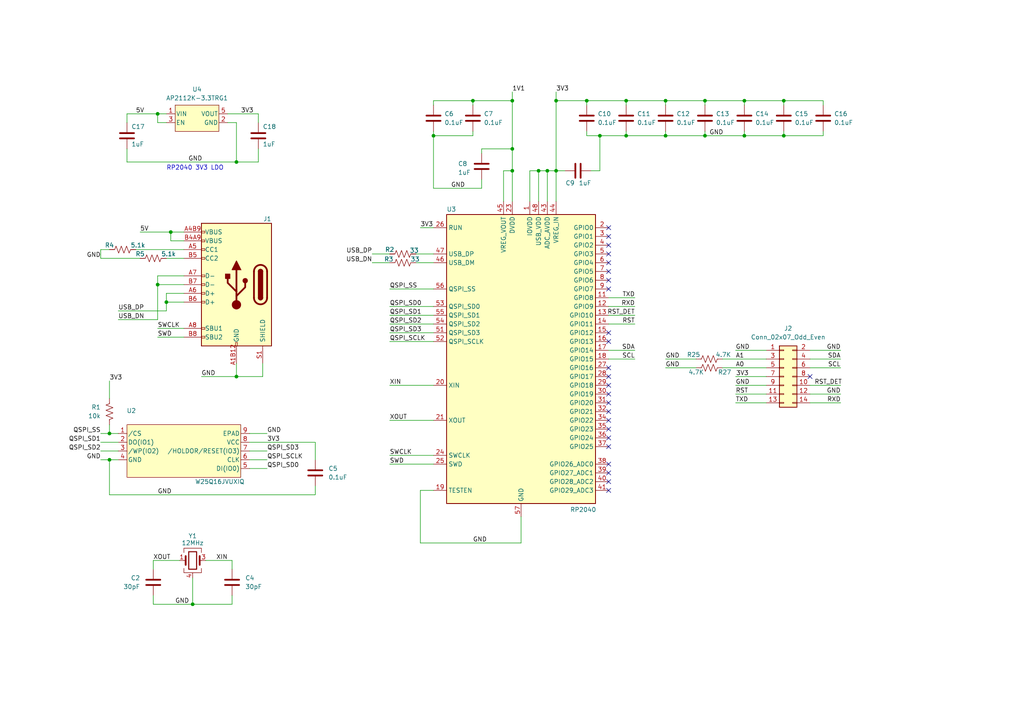
<source format=kicad_sch>
(kicad_sch (version 20250114) (generator "eeschema") (generator_version "9.0")
  (paper "A4")
  (title_block (title "aditBoard") (date "2024-03-26") (rev "1"))
  (lib_symbols
    (symbol "Connector_Generic:Conn_02x07_Odd_Even" (pin_names (offset 1.016) (hide yes))
      (property "Reference" "J" (at 1.27 10.16 0))
      (property "Value" "Conn_02x07_Odd_Even" (at 1.27 -10.16 0))
      (symbol "Conn_02x07_Odd_Even_1_1"
        (rectangle (start -1.27 8.89) (end 3.81 -8.89) (stroke (width 0.254)) (fill (type background)))
        (rectangle (start -1.27 7.747) (end 0 7.493) (stroke (width 0.1524)))
        (rectangle (start -1.27 5.207) (end 0 4.953) (stroke (width 0.1524)))
        (rectangle (start -1.27 2.667) (end 0 2.413) (stroke (width 0.1524)))
        (rectangle (start -1.27 0.127) (end 0 -0.127) (stroke (width 0.1524)))
        (rectangle (start -1.27 -2.413) (end 0 -2.667) (stroke (width 0.1524)))
        (rectangle (start -1.27 -4.953) (end 0 -5.207) (stroke (width 0.1524)))
        (rectangle (start -1.27 -7.493) (end 0 -7.747) (stroke (width 0.1524)))
        (rectangle (start 3.81 7.747) (end 2.54 7.493) (stroke (width 0.1524)))
        (rectangle (start 3.81 5.207) (end 2.54 4.953) (stroke (width 0.1524)))
        (rectangle (start 3.81 2.667) (end 2.54 2.413) (stroke (width 0.1524)))
        (rectangle (start 3.81 0.127) (end 2.54 -0.127) (stroke (width 0.1524)))
        (rectangle (start 3.81 -2.413) (end 2.54 -2.667) (stroke (width 0.1524)))
        (rectangle (start 3.81 -4.953) (end 2.54 -5.207) (stroke (width 0.1524)))
        (rectangle (start 3.81 -7.493) (end 2.54 -7.747) (stroke (width 0.1524)))
        (pin passive line (at -5.08 7.62 0) (length 3.81) (name "Pin_1") (number "1"))
        (pin passive line (at -5.08 5.08 0) (length 3.81) (name "Pin_3") (number "3"))
        (pin passive line (at -5.08 2.54 0) (length 3.81) (name "Pin_5") (number "5"))
        (pin passive line (at -5.08 0 0) (length 3.81) (name "Pin_7") (number "7"))
        (pin passive line (at -5.08 -2.54 0) (length 3.81) (name "Pin_9") (number "9"))
        (pin passive line (at -5.08 -5.08 0) (length 3.81) (name "Pin_11") (number "11"))
        (pin passive line (at -5.08 -7.62 0) (length 3.81) (name "Pin_13") (number "13"))
        (pin passive line (at 7.62 7.62 180) (length 3.81) (name "Pin_2") (number "2"))
        (pin passive line (at 7.62 5.08 180) (length 3.81) (name "Pin_4") (number "4"))
        (pin passive line (at 7.62 2.54 180) (length 3.81) (name "Pin_6") (number "6"))
        (pin passive line (at 7.62 0 180) (length 3.81) (name "Pin_8") (number "8"))
        (pin passive line (at 7.62 -2.54 180) (length 3.81) (name "Pin_10") (number "10"))
        (pin passive line (at 7.62 -5.08 180) (length 3.81) (name "Pin_12") (number "12"))
        (pin passive line (at 7.62 -7.62 180) (length 3.81) (name "Pin_14") (number "14"))
      )
    )
    (symbol "Device:C" (pin_numbers (hide yes)) (pin_names (offset 0.254))
      (property "Reference" "C" (at 0.635 2.54 0))
      (property "Value" "C" (at 0.635 -2.54 0))
      (symbol "C_0_1"
        (polyline (pts (xy -2.032 0.762) (xy 2.032 0.762)) (stroke (width 0.508)))
        (polyline (pts (xy -2.032 -0.762) (xy 2.032 -0.762)) (stroke (width 0.508)))
      )
      (symbol "C_1_1"
        (pin passive line (at 0 3.81 270) (length 2.794) (name "~") (number "1"))
        (pin passive line (at 0 -3.81 90) (length 2.794) (name "~") (number "2"))
      )
    )
    (symbol "Device:Crystal_GND24_common" (pin_names (offset 1.016) (hide yes))
      (property "Reference" "Y" (at 3.175 5.08 0))
      (property "Value" "Crystal_GND24_common" (at 3.175 3.175 0))
      (symbol "Crystal_GND24_common_0_1"
        (polyline (pts (xy -2.54 2.286) (xy -2.54 3.556) (xy 2.54 3.556) (xy 2.54 2.286)))
        (polyline (pts (xy -2.54 0) (xy -2.032 0)))
        (polyline (pts (xy -2.54 -2.286) (xy -2.54 -3.556) (xy 2.54 -3.556) (xy 2.54 -2.286)))
        (polyline (pts (xy -2.032 -1.27) (xy -2.032 1.27)) (stroke (width 0.508)))
        (rectangle (start -1.143 2.54) (end 1.143 -2.54) (stroke (width 0.3048)))
        (polyline (pts (xy 0 -3.81) (xy 0 -3.556)))
        (polyline (pts (xy 2.032 0) (xy 2.54 0)))
        (polyline (pts (xy 2.032 -1.27) (xy 2.032 1.27)) (stroke (width 0.508)))
      )
      (symbol "Crystal_GND24_common_1_1"
        (pin passive line (at -3.81 0 0) (length 1.27) (name "1") (number "1"))
        (pin passive line (at 0 -5.08 90) (length 1.27) (hide yes) (name "2") (number "2"))
        (pin passive line (at 0 -5.08 90) (length 1.27) (name "4") (number "4"))
        (pin passive line (at 3.81 0 180) (length 1.27) (name "3") (number "3"))
      )
    )
    (symbol "Device:R_US" (pin_numbers (hide yes)) (pin_names (offset 0))
      (property "Reference" "R" (at 2.54 0 90))
      (property "Value" "R_US" (at -2.54 0 90))
      (symbol "R_US_0_1"
        (polyline (pts (xy 0 2.286) (xy 0 2.54)))
        (polyline (pts (xy 0 2.286) (xy 1.016 1.905) (xy 0 1.524) (xy -1.016 1.143) (xy 0 0.762)))
        (polyline (pts (xy 0 0.762) (xy 1.016 0.381) (xy 0 0) (xy -1.016 -0.381) (xy 0 -0.762)))
        (polyline (pts (xy 0 -0.762) (xy 1.016 -1.143) (xy 0 -1.524) (xy -1.016 -1.905) (xy 0 -2.286)))
        (polyline (pts (xy 0 -2.286) (xy 0 -2.54)))
      )
      (symbol "R_US_1_1"
        (pin passive line (at 0 3.81 270) (length 1.27) (name "~") (number "1"))
        (pin passive line (at 0 -3.81 90) (length 1.27) (name "~") (number "2"))
      )
    )
    (symbol "aditBoard:AP2112K-3.3TRG1" (pin_names (offset 0.254))
      (property "Reference" "U4" (at 0 8.382 0))
      (property "Value" "AP2112K-3.3TRG1" (at 0 5.842 0))
      (symbol "AP2112K-3.3TRG1_1_1"
        (rectangle (start -6.35 3.81) (end 6.35 -3.81) (stroke (width 0.1524)) (fill (type background)))
        (pin power_in line (at -8.89 1.27 0) (length 2.54) (name "VIN") (number "1"))
        (pin input line (at -8.89 -1.27 0) (length 2.54) (name "EN") (number "3"))
        (pin no_connect line (at 0 6.35 270) (length 2.54) (hide yes) (name "NC") (number "4"))
        (pin output line (at 8.89 1.27 180) (length 2.54) (name "VOUT") (number "5"))
        (pin power_in line (at 8.89 -1.27 180) (length 2.54) (name "GND") (number "2"))
      )
    )
    (symbol "aditBoard:RP2040"
      (property "Reference" "U3" (at -21.59 43.434 0))
      (property "Value" "RP2040" (at 14.224 -43.688 0))
      (symbol "RP2040_0_1"
        (rectangle (start -21.59 41.91) (end 21.59 -41.91) (stroke (width 0.254)) (fill (type background)))
      )
      (symbol "RP2040_1_1"
        (pin input line (at -25.4 38.1 0) (length 3.81) (name "RUN") (number "26"))
        (pin bidirectional line (at -25.4 30.48 0) (length 3.81) (name "USB_DP") (number "47"))
        (pin bidirectional line (at -25.4 27.94 0) (length 3.81) (name "USB_DM") (number "46"))
        (pin bidirectional line (at -25.4 20.32 0) (length 3.81) (name "QSPI_SS") (number "56"))
        (pin bidirectional line (at -25.4 15.24 0) (length 3.81) (name "QSPI_SD0") (number "53"))
        (pin bidirectional line (at -25.4 12.7 0) (length 3.81) (name "QSPI_SD1") (number "55"))
        (pin bidirectional line (at -25.4 10.16 0) (length 3.81) (name "QSPI_SD2") (number "54"))
        (pin bidirectional line (at -25.4 7.62 0) (length 3.81) (name "QSPI_SD3") (number "51"))
        (pin output line (at -25.4 5.08 0) (length 3.81) (name "QSPI_SCLK") (number "52"))
        (pin input line (at -25.4 -7.62 0) (length 3.81) (name "XIN") (number "20"))
        (pin passive line (at -25.4 -17.78 0) (length 3.81) (name "XOUT") (number "21"))
        (pin output line (at -25.4 -27.94 0) (length 3.81) (name "SWCLK") (number "24"))
        (pin bidirectional line (at -25.4 -30.48 0) (length 3.81) (name "SWD") (number "25"))
        (pin input line (at -25.4 -38.1 0) (length 3.81) (name "TESTEN") (number "19"))
        (pin power_out line (at -5.08 45.72 270) (length 3.81) (name "VREG_VOUT") (number "45"))
        (pin power_in line (at -2.54 45.72 270) (length 3.81) (name "DVDD") (number "23"))
        (pin passive line (at -2.54 45.72 270) (length 3.81) (hide yes) (name "DVDD") (number "50"))
        (pin power_in line (at 0 -45.72 90) (length 3.81) (name "GND") (number "57"))
        (pin power_in line (at 2.54 45.72 270) (length 3.81) (name "IOVDD") (number "1"))
        (pin passive line (at 2.54 45.72 270) (length 3.81) (hide yes) (name "IOVDD") (number "10"))
        (pin passive line (at 2.54 45.72 270) (length 3.81) (hide yes) (name "IOVDD") (number "22"))
        (pin passive line (at 2.54 45.72 270) (length 3.81) (hide yes) (name "IOVDD") (number "33"))
        (pin passive line (at 2.54 45.72 270) (length 3.81) (hide yes) (name "IOVDD") (number "42"))
        (pin passive line (at 2.54 45.72 270) (length 3.81) (hide yes) (name "IOVDD") (number "49"))
        (pin power_in line (at 5.08 45.72 270) (length 3.81) (name "USB_VDD") (number "48"))
        (pin power_in line (at 7.62 45.72 270) (length 3.81) (name "ADC_AVDD") (number "43"))
        (pin power_in line (at 10.16 45.72 270) (length 3.81) (name "VREG_IN") (number "44"))
        (pin bidirectional line (at 25.4 38.1 180) (length 3.81) (name "GPIO0") (number "2"))
        (pin bidirectional line (at 25.4 35.56 180) (length 3.81) (name "GPIO1") (number "3"))
        (pin bidirectional line (at 25.4 33.02 180) (length 3.81) (name "GPIO2") (number "4"))
        (pin bidirectional line (at 25.4 30.48 180) (length 3.81) (name "GPIO3") (number "5"))
        (pin bidirectional line (at 25.4 27.94 180) (length 3.81) (name "GPIO4") (number "6"))
        (pin bidirectional line (at 25.4 25.4 180) (length 3.81) (name "GPIO5") (number "7"))
        (pin bidirectional line (at 25.4 22.86 180) (length 3.81) (name "GPIO6") (number "8"))
        (pin bidirectional line (at 25.4 20.32 180) (length 3.81) (name "GPIO7") (number "9"))
        (pin bidirectional line (at 25.4 17.78 180) (length 3.81) (name "GPIO8") (number "11"))
        (pin bidirectional line (at 25.4 15.24 180) (length 3.81) (name "GPIO9") (number "12"))
        (pin bidirectional line (at 25.4 12.7 180) (length 3.81) (name "GPIO10") (number "13"))
        (pin bidirectional line (at 25.4 10.16 180) (length 3.81) (name "GPIO11") (number "14"))
        (pin bidirectional line (at 25.4 7.62 180) (length 3.81) (name "GPIO12") (number "15"))
        (pin bidirectional line (at 25.4 5.08 180) (length 3.81) (name "GPIO13") (number "16"))
        (pin bidirectional line (at 25.4 2.54 180) (length 3.81) (name "GPIO14") (number "17"))
        (pin bidirectional line (at 25.4 0 180) (length 3.81) (name "GPIO15") (number "18"))
        (pin bidirectional line (at 25.4 -2.54 180) (length 3.81) (name "GPIO16") (number "27"))
        (pin bidirectional line (at 25.4 -5.08 180) (length 3.81) (name "GPIO17") (number "28"))
        (pin bidirectional line (at 25.4 -7.62 180) (length 3.81) (name "GPIO18") (number "29"))
        (pin bidirectional line (at 25.4 -10.16 180) (length 3.81) (name "GPIO19") (number "30"))
        (pin bidirectional line (at 25.4 -12.7 180) (length 3.81) (name "GPIO20") (number "31"))
        (pin bidirectional line (at 25.4 -15.24 180) (length 3.81) (name "GPIO21") (number "32"))
        (pin bidirectional line (at 25.4 -17.78 180) (length 3.81) (name "GPIO22") (number "34"))
        (pin bidirectional line (at 25.4 -20.32 180) (length 3.81) (name "GPIO23") (number "35"))
        (pin bidirectional line (at 25.4 -22.86 180) (length 3.81) (name "GPIO24") (number "36"))
        (pin bidirectional line (at 25.4 -25.4 180) (length 3.81) (name "GPIO25") (number "37"))
        (pin bidirectional line (at 25.4 -30.48 180) (length 3.81) (name "GPIO26_ADC0") (number "38"))
        (pin bidirectional line (at 25.4 -33.02 180) (length 3.81) (name "GPIO27_ADC1") (number "39"))
        (pin bidirectional line (at 25.4 -35.56 180) (length 3.81) (name "GPIO28_ADC2") (number "40"))
        (pin bidirectional line (at 25.4 -38.1 180) (length 3.81) (name "GPIO29_ADC3") (number "41"))
      )
    )
    (symbol "aditBoard:USB_C_Receptacle_USB2.0" (pin_names (offset 1.016))
      (property "Reference" "J1" (at -10.16 19.05 0))
      (symbol "USB_C_Receptacle_USB2.0_0_0"
        (rectangle (start -0.254 -17.78) (end 0.254 -16.764))
        (rectangle (start 9.144 15.494) (end 10.16 14.986))
        (rectangle (start 9.1694 12.9286) (end 10.1854 12.4206))
        (rectangle (start 10.16 10.414) (end 9.144 9.906))
        (rectangle (start 10.16 7.874) (end 9.144 7.366))
        (rectangle (start 10.16 2.794) (end 9.144 2.286))
        (rectangle (start 10.16 0.254) (end 9.144 -0.254))
        (rectangle (start 10.16 -2.286) (end 9.144 -2.794))
        (rectangle (start 10.16 -4.826) (end 9.144 -5.334))
        (rectangle (start 10.16 -12.446) (end 9.144 -12.954))
        (rectangle (start 10.16 -14.986) (end 9.144 -15.494))
      )
      (symbol "USB_C_Receptacle_USB2.0_0_1"
        (rectangle (start -10.16 17.78) (end 10.16 -17.78) (stroke (width 0.254)) (fill (type background)))
        (polyline (pts (xy -8.89 -3.81) (xy -8.89 3.81)) (stroke (width 0.508)))
        (rectangle (start -7.62 -3.81) (end -6.35 3.81) (stroke (width 0.254)) (fill (type outline)))
        (arc (start -7.62 3.81) (mid -6.985 4.4423) (end -6.35 3.81) (stroke (width 0.254)))
        (arc (start -7.62 3.81) (mid -6.985 4.4423) (end -6.35 3.81) (stroke (width 0.254)) (fill (type outline)))
        (arc (start -8.89 3.81) (mid -6.985 5.7067) (end -5.08 3.81) (stroke (width 0.508)))
        (arc (start -5.08 -3.81) (mid -6.985 -5.7067) (end -8.89 -3.81) (stroke (width 0.508)))
        (arc (start -6.35 -3.81) (mid -6.985 -4.4423) (end -7.62 -3.81) (stroke (width 0.254)))
        (arc (start -6.35 -3.81) (mid -6.985 -4.4423) (end -7.62 -3.81) (stroke (width 0.254)) (fill (type outline)))
        (polyline (pts (xy -5.08 3.81) (xy -5.08 -3.81)) (stroke (width 0.508)))
        (circle (center -2.54 1.143) (radius 0.635) (stroke (width 0.254)) (fill (type outline)))
        (polyline (pts (xy -1.27 4.318) (xy 0 6.858) (xy 1.27 4.318) (xy -1.27 4.318)) (stroke (width 0.254)) (fill (type outline)))
        (polyline (pts (xy 0 -2.032) (xy 2.54 0.508) (xy 2.54 1.778)) (stroke (width 0.508)))
        (polyline (pts (xy 0 -3.302) (xy -2.54 -0.762) (xy -2.54 0.508)) (stroke (width 0.508)))
        (polyline (pts (xy 0 -5.842) (xy 0 4.318)) (stroke (width 0.508)))
        (circle (center 0 -5.842) (radius 1.27) (fill (type outline)))
        (rectangle (start 1.905 1.778) (end 3.175 3.048) (stroke (width 0.254)) (fill (type outline)))
      )
      (symbol "USB_C_Receptacle_USB2.0_1_1"
        (pin passive line (at -7.62 -22.86 90) (length 5.08) (name "SHIELD") (number "S1"))
        (pin passive line (at 0 -22.86 90) (length 5.08) (name "GND") (number "A1B12"))
        (pin passive line (at 0 -22.86 90) (length 5.08) (hide yes) (name "GND") (number "B1A12"))
        (pin passive line (at 15.24 15.24 180) (length 5.08) (name "VBUS") (number "A4B9"))
        (pin passive line (at 15.24 12.7 180) (length 5.08) (name "VBUS") (number "B4A9"))
        (pin bidirectional line (at 15.24 10.16 180) (length 5.08) (name "CC1") (number "A5"))
        (pin bidirectional line (at 15.24 7.62 180) (length 5.08) (name "CC2") (number "B5"))
        (pin bidirectional line (at 15.24 2.54 180) (length 5.08) (name "D-") (number "A7"))
        (pin bidirectional line (at 15.24 0 180) (length 5.08) (name "D-") (number "B7"))
        (pin bidirectional line (at 15.24 -2.54 180) (length 5.08) (name "D+") (number "A6"))
        (pin bidirectional line (at 15.24 -5.08 180) (length 5.08) (name "D+") (number "B6"))
        (pin bidirectional line (at 15.24 -12.7 180) (length 5.08) (name "SBU1") (number "A8"))
        (pin bidirectional line (at 15.24 -15.24 180) (length 5.08) (name "SBU2") (number "B8"))
      )
    )
    (symbol "aditBoard:W25Q16JVUXIQ_TR" (pin_names (offset 0.254))
      (property "Reference" "U1" (at -14.732 7.874 0))
      (property "Value" "W25Q16JVUXIQ TR" (at 11.938 -10.668 0))
      (symbol "W25Q16JVUXIQ_TR_0_1"
        (pin unspecified line (at -19.05 3.81 0) (length 2.56) (name "/CS") (number "1"))
        (pin unspecified line (at -19.05 1.27 0) (length 2.56) (name "DO(IO1)") (number "2"))
        (pin unspecified line (at -19.05 -1.27 0) (length 2.56) (name "/WP(IO2)") (number "3"))
        (pin unspecified line (at -19.05 -3.81 0) (length 2.56) (name "GND") (number "4"))
        (pin unspecified line (at 19.05 3.81 180) (length 2.56) (name "EPAD") (number "9"))
        (pin unspecified line (at 19.05 1.27 180) (length 2.56) (name "VCC") (number "8"))
        (pin unspecified line (at 19.05 -1.27 180) (length 2.56) (name "/HOLDOR/RESET(IO3)") (number "7"))
        (pin unspecified line (at 19.05 -3.81 180) (length 2.56) (name "CLK") (number "6"))
        (pin unspecified line (at 19.05 -6.35 180) (length 2.56) (name "DI(IO0)") (number "5"))
      )
      (symbol "W25Q16JVUXIQ_TR_1_1"
        (rectangle (start -16.51 6.35) (end 16.51 -8.89) (fill (type background)))
      )
    )
  )
  (text "RP2040 3V3 LDO" (at 48.26 49.53 0) (effects (font (size 1.27 1.27)) (justify left bottom)))
  (junction (at 204.47 29.21))
  (junction (at 227.33 29.21))
  (junction (at 137.16 29.21))
  (junction (at 158.75 49.53))
  (junction (at 31.75 133.35))
  (junction (at 204.47 39.37))
  (junction (at 49.53 67.31))
  (junction (at 45.72 33.02))
  (junction (at 227.33 39.37))
  (junction (at 161.29 49.53))
  (junction (at 156.21 49.53))
  (junction (at 55.88 175.26))
  (junction (at 215.9 29.21))
  (junction (at 31.75 125.73))
  (junction (at 181.61 39.37))
  (junction (at 125.73 39.37))
  (junction (at 215.9 39.37))
  (junction (at 193.04 39.37))
  (junction (at 148.59 43.18))
  (junction (at 161.29 29.21))
  (junction (at 148.59 49.53))
  (junction (at 45.72 82.55))
  (junction (at 173.99 39.37))
  (junction (at 181.61 29.21))
  (junction (at 148.59 29.21))
  (junction (at 170.18 29.21))
  (junction (at 193.04 29.21))
  (junction (at 68.58 46.99))
  (junction (at 68.58 109.22))
  (junction (at 48.26 87.63))
  (no_connect (at 176.53 116.84))
  (no_connect (at 176.53 119.38))
  (no_connect (at 176.53 68.58))
  (no_connect (at 176.53 129.54))
  (no_connect (at 176.53 121.92))
  (no_connect (at 234.95 109.22))
  (no_connect (at 176.53 81.28))
  (no_connect (at 176.53 114.3))
  (no_connect (at 176.53 71.12))
  (no_connect (at 176.53 66.04))
  (no_connect (at 176.53 78.74))
  (no_connect (at 176.53 142.24))
  (no_connect (at 176.53 134.62))
  (no_connect (at 176.53 96.52))
  (no_connect (at 176.53 109.22))
  (no_connect (at 176.53 73.66))
  (no_connect (at 176.53 111.76))
  (no_connect (at 176.53 76.2))
  (no_connect (at 176.53 106.68))
  (no_connect (at 176.53 127))
  (no_connect (at 176.53 83.82))
  (no_connect (at 176.53 139.7))
  (no_connect (at 176.53 99.06))
  (no_connect (at 176.53 124.46))
  (no_connect (at 176.53 137.16))
  (wire (pts (xy 48.26 35.56) (xy 45.72 35.56)))
  (wire (pts (xy 48.26 87.63) (xy 48.26 85.09)))
  (wire (pts (xy 158.75 49.53) (xy 161.29 49.53)))
  (wire (pts (xy 181.61 38.1) (xy 181.61 39.37)))
  (wire (pts (xy 227.33 29.21) (xy 227.33 30.48)))
  (wire (pts (xy 171.45 49.53) (xy 173.99 49.53)))
  (wire (pts (xy 148.59 29.21) (xy 148.59 43.18)))
  (wire (pts (xy 222.25 106.68) (xy 209.55 106.68)))
  (wire (pts (xy 181.61 39.37) (xy 193.04 39.37)))
  (wire (pts (xy 176.53 104.14) (xy 184.15 104.14)))
  (wire (pts (xy 44.45 172.72) (xy 44.45 175.26)))
  (wire (pts (xy 204.47 29.21) (xy 204.47 30.48)))
  (wire (pts (xy 39.37 72.39) (xy 53.34 72.39)))
  (wire (pts (xy 137.16 38.1) (xy 137.16 39.37)))
  (wire (pts (xy 170.18 29.21) (xy 181.61 29.21)))
  (wire (pts (xy 139.7 54.61) (xy 125.73 54.61)))
  (wire (pts (xy 29.21 72.39) (xy 31.75 72.39)))
  (wire (pts (xy 153.67 49.53) (xy 156.21 49.53)))
  (wire (pts (xy 176.53 101.6) (xy 184.15 101.6)))
  (wire (pts (xy 113.03 96.52) (xy 125.73 96.52)))
  (wire (pts (xy 34.29 90.17) (xy 48.26 90.17)))
  (wire (pts (xy 113.03 91.44) (xy 125.73 91.44)))
  (wire (pts (xy 48.26 87.63) (xy 53.34 87.63)))
  (wire (pts (xy 137.16 29.21) (xy 137.16 30.48)))
  (wire (pts (xy 45.72 35.56) (xy 45.72 33.02)))
  (wire (pts (xy 238.76 38.1) (xy 238.76 39.37)))
  (wire (pts (xy 234.95 114.3) (xy 243.84 114.3)))
  (wire (pts (xy 158.75 49.53) (xy 158.75 58.42)))
  (wire (pts (xy 156.21 49.53) (xy 158.75 49.53)))
  (wire (pts (xy 44.45 162.56) (xy 52.07 162.56)))
  (wire (pts (xy 204.47 29.21) (xy 215.9 29.21)))
  (wire (pts (xy 91.44 143.51) (xy 31.75 143.51)))
  (wire (pts (xy 139.7 43.18) (xy 148.59 43.18)))
  (wire (pts (xy 201.93 106.68) (xy 193.04 106.68)))
  (wire (pts (xy 48.26 90.17) (xy 48.26 87.63)))
  (wire (pts (xy 72.39 135.89) (xy 77.47 135.89)))
  (wire (pts (xy 113.03 111.76) (xy 125.73 111.76)))
  (wire (pts (xy 215.9 39.37) (xy 227.33 39.37)))
  (wire (pts (xy 113.03 88.9) (xy 125.73 88.9)))
  (wire (pts (xy 113.03 134.62) (xy 125.73 134.62)))
  (wire (pts (xy 139.7 43.18) (xy 139.7 44.45)))
  (wire (pts (xy 72.39 133.35) (xy 77.47 133.35)))
  (wire (pts (xy 68.58 109.22) (xy 76.2 109.22)))
  (wire (pts (xy 193.04 104.14) (xy 201.93 104.14)))
  (wire (pts (xy 44.45 162.56) (xy 44.45 165.1)))
  (wire (pts (xy 44.45 175.26) (xy 55.88 175.26)))
  (wire (pts (xy 55.88 175.26) (xy 67.31 175.26)))
  (wire (pts (xy 148.59 49.53) (xy 146.05 49.53)))
  (wire (pts (xy 161.29 29.21) (xy 170.18 29.21)))
  (wire (pts (xy 204.47 39.37) (xy 215.9 39.37)))
  (wire (pts (xy 139.7 52.07) (xy 139.7 54.61)))
  (wire (pts (xy 113.03 93.98) (xy 125.73 93.98)))
  (wire (pts (xy 49.53 69.85) (xy 49.53 67.31)))
  (wire (pts (xy 31.75 143.51) (xy 31.75 133.35)))
  (wire (pts (xy 76.2 109.22) (xy 76.2 105.41)))
  (wire (pts (xy 125.73 38.1) (xy 125.73 39.37)))
  (wire (pts (xy 215.9 29.21) (xy 215.9 30.48)))
  (wire (pts (xy 148.59 43.18) (xy 148.59 49.53)))
  (wire (pts (xy 113.03 83.82) (xy 125.73 83.82)))
  (wire (pts (xy 193.04 29.21) (xy 193.04 30.48)))
  (wire (pts (xy 31.75 123.19) (xy 31.75 125.73)))
  (wire (pts (xy 173.99 39.37) (xy 173.99 49.53)))
  (wire (pts (xy 45.72 95.25) (xy 53.34 95.25)))
  (wire (pts (xy 121.92 142.24) (xy 121.92 157.48)))
  (wire (pts (xy 213.36 109.22) (xy 222.25 109.22)))
  (wire (pts (xy 146.05 49.53) (xy 146.05 58.42)))
  (wire (pts (xy 213.36 116.84) (xy 222.25 116.84)))
  (wire (pts (xy 170.18 38.1) (xy 170.18 39.37)))
  (wire (pts (xy 67.31 165.1) (xy 67.31 162.56)))
  (wire (pts (xy 148.59 26.67) (xy 148.59 29.21)))
  (wire (pts (xy 181.61 29.21) (xy 193.04 29.21)))
  (wire (pts (xy 40.64 67.31) (xy 49.53 67.31)))
  (wire (pts (xy 238.76 29.21) (xy 238.76 30.48)))
  (wire (pts (xy 151.13 157.48) (xy 151.13 149.86)))
  (wire (pts (xy 49.53 67.31) (xy 53.34 67.31)))
  (wire (pts (xy 45.72 97.79) (xy 53.34 97.79)))
  (wire (pts (xy 215.9 38.1) (xy 215.9 39.37)))
  (wire (pts (xy 120.65 73.66) (xy 125.73 73.66)))
  (wire (pts (xy 72.39 125.73) (xy 77.47 125.73)))
  (wire (pts (xy 29.21 130.81) (xy 34.29 130.81)))
  (wire (pts (xy 68.58 35.56) (xy 68.58 46.99)))
  (wire (pts (xy 234.95 101.6) (xy 243.84 101.6)))
  (wire (pts (xy 184.15 88.9) (xy 176.53 88.9)))
  (wire (pts (xy 48.26 85.09) (xy 53.34 85.09)))
  (wire (pts (xy 113.03 99.06) (xy 125.73 99.06)))
  (wire (pts (xy 68.58 46.99) (xy 36.83 46.99)))
  (wire (pts (xy 31.75 125.73) (xy 34.29 125.73)))
  (wire (pts (xy 125.73 39.37) (xy 137.16 39.37)))
  (wire (pts (xy 215.9 29.21) (xy 227.33 29.21)))
  (wire (pts (xy 193.04 29.21) (xy 204.47 29.21)))
  (wire (pts (xy 91.44 128.27) (xy 91.44 133.35)))
  (wire (pts (xy 45.72 82.55) (xy 45.72 92.71)))
  (wire (pts (xy 173.99 39.37) (xy 181.61 39.37)))
  (wire (pts (xy 121.92 157.48) (xy 151.13 157.48)))
  (wire (pts (xy 176.53 91.44) (xy 184.15 91.44)))
  (wire (pts (xy 227.33 39.37) (xy 238.76 39.37)))
  (wire (pts (xy 31.75 110.49) (xy 31.75 115.57)))
  (wire (pts (xy 227.33 29.21) (xy 238.76 29.21)))
  (wire (pts (xy 181.61 29.21) (xy 181.61 30.48)))
  (wire (pts (xy 156.21 49.53) (xy 156.21 58.42)))
  (wire (pts (xy 29.21 128.27) (xy 34.29 128.27)))
  (wire (pts (xy 234.95 111.76) (xy 243.84 111.76)))
  (wire (pts (xy 213.36 111.76) (xy 222.25 111.76)))
  (wire (pts (xy 170.18 29.21) (xy 170.18 30.48)))
  (wire (pts (xy 36.83 33.02) (xy 36.83 35.56)))
  (wire (pts (xy 213.36 101.6) (xy 222.25 101.6)))
  (wire (pts (xy 209.55 104.14) (xy 222.25 104.14)))
  (wire (pts (xy 193.04 38.1) (xy 193.04 39.37)))
  (wire (pts (xy 161.29 49.53) (xy 163.83 49.53)))
  (wire (pts (xy 170.18 39.37) (xy 173.99 39.37)))
  (wire (pts (xy 193.04 39.37) (xy 204.47 39.37)))
  (wire (pts (xy 120.65 76.2) (xy 125.73 76.2)))
  (wire (pts (xy 74.93 46.99) (xy 68.58 46.99)))
  (wire (pts (xy 34.29 92.71) (xy 45.72 92.71)))
  (wire (pts (xy 176.53 93.98) (xy 184.15 93.98)))
  (wire (pts (xy 107.95 76.2) (xy 113.03 76.2)))
  (wire (pts (xy 125.73 39.37) (xy 125.73 54.61)))
  (wire (pts (xy 121.92 66.04) (xy 125.73 66.04)))
  (wire (pts (xy 161.29 49.53) (xy 161.29 58.42)))
  (wire (pts (xy 161.29 26.67) (xy 161.29 29.21)))
  (wire (pts (xy 29.21 125.73) (xy 31.75 125.73)))
  (wire (pts (xy 125.73 29.21) (xy 137.16 29.21)))
  (wire (pts (xy 72.39 130.81) (xy 77.47 130.81)))
  (wire (pts (xy 53.34 69.85) (xy 49.53 69.85)))
  (wire (pts (xy 40.64 74.93) (xy 29.21 74.93)))
  (wire (pts (xy 45.72 82.55) (xy 53.34 82.55)))
  (wire (pts (xy 227.33 38.1) (xy 227.33 39.37)))
  (wire (pts (xy 184.15 86.36) (xy 176.53 86.36)))
  (wire (pts (xy 213.36 114.3) (xy 222.25 114.3)))
  (wire (pts (xy 107.95 73.66) (xy 113.03 73.66)))
  (wire (pts (xy 113.03 121.92) (xy 125.73 121.92)))
  (wire (pts (xy 66.04 33.02) (xy 74.93 33.02)))
  (wire (pts (xy 72.39 128.27) (xy 91.44 128.27)))
  (wire (pts (xy 243.84 104.14) (xy 234.95 104.14)))
  (wire (pts (xy 45.72 80.01) (xy 45.72 82.55)))
  (wire (pts (xy 45.72 33.02) (xy 48.26 33.02)))
  (wire (pts (xy 59.69 162.56) (xy 67.31 162.56)))
  (wire (pts (xy 29.21 74.93) (xy 29.21 72.39)))
  (wire (pts (xy 153.67 58.42) (xy 153.67 49.53)))
  (wire (pts (xy 29.21 133.35) (xy 31.75 133.35)))
  (wire (pts (xy 55.88 167.64) (xy 55.88 175.26)))
  (wire (pts (xy 48.26 74.93) (xy 53.34 74.93)))
  (wire (pts (xy 125.73 29.21) (xy 125.73 30.48)))
  (wire (pts (xy 66.04 35.56) (xy 68.58 35.56)))
  (wire (pts (xy 36.83 33.02) (xy 45.72 33.02)))
  (wire (pts (xy 121.92 142.24) (xy 125.73 142.24)))
  (wire (pts (xy 53.34 80.01) (xy 45.72 80.01)))
  (wire (pts (xy 31.75 133.35) (xy 34.29 133.35)))
  (wire (pts (xy 74.93 43.18) (xy 74.93 46.99)))
  (wire (pts (xy 91.44 140.97) (xy 91.44 143.51)))
  (wire (pts (xy 67.31 172.72) (xy 67.31 175.26)))
  (wire (pts (xy 58.42 109.22) (xy 68.58 109.22)))
  (wire (pts (xy 148.59 49.53) (xy 148.59 58.42)))
  (wire (pts (xy 234.95 106.68) (xy 243.84 106.68)))
  (wire (pts (xy 36.83 46.99) (xy 36.83 43.18)))
  (wire (pts (xy 204.47 38.1) (xy 204.47 39.37)))
  (wire (pts (xy 68.58 109.22) (xy 68.58 105.41)))
  (wire (pts (xy 161.29 29.21) (xy 161.29 49.53)))
  (wire (pts (xy 113.03 132.08) (xy 125.73 132.08)))
  (wire (pts (xy 137.16 29.21) (xy 148.59 29.21)))
  (wire (pts (xy 234.95 116.84) (xy 243.84 116.84)))
  (wire (pts (xy 74.93 33.02) (xy 74.93 35.56)))
  (label "5V" (at 40.64 67.31 0))
  (label "SWD" (at 45.72 97.79 0))
  (label "SWCLK" (at 113.03 132.08 0))
  (label "SWD" (at 113.03 134.62 0))
  (label "GND" (at 213.36 111.76 0))
  (label "USB_DN" (at 107.95 76.2 180))
  (label "GND" (at 58.42 109.22 0))
  (label "XOUT" (at 44.45 162.56 0))
  (label "GND" (at 213.36 101.6 0))
  (label "RXD" (at 243.84 116.84 180))
  (label "1V1" (at 148.59 26.67 0))
  (label "QSPI_SD3" (at 113.03 96.52 0))
  (label "QSPI_SD2" (at 29.21 130.81 180))
  (label "SCL" (at 243.84 106.68 180))
  (label "QSPI_SD0" (at 77.47 135.89 0))
  (label "QSPI_SD1" (at 29.21 128.27 180))
  (label "XIN" (at 66.04 162.56 180))
  (label "QSPI_SD3" (at 77.47 130.81 0))
  (label "3V3" (at 217.17 109.22 180))
  (label "RST" (at 184.15 93.98 180))
  (label "A1" (at 213.36 104.14 0))
  (label "QSPI_SD1" (at 113.03 91.44 0))
  (label "GND" (at 54.61 46.99 0))
  (label "GND" (at 50.8 175.26 0))
  (label "5V" (at 39.37 33.02 0))
  (label "GND" (at 243.84 114.3 180))
  (label "XIN" (at 113.03 111.76 0))
  (label "GND" (at 130.81 54.61 0))
  (label "QSPI_SCLK" (at 77.47 133.35 0))
  (label "3V3" (at 121.92 66.04 0))
  (label "RST" (at 213.36 114.3 0))
  (label "SDA" (at 243.84 104.14 180))
  (label "USB_DN" (at 34.29 92.71 0))
  (label "3V3" (at 31.75 110.49 0))
  (label "QSPI_SS" (at 29.21 125.73 180))
  (label "TXD" (at 184.15 86.36 180))
  (label "3V3" (at 161.29 26.67 0))
  (label "GND" (at 45.72 143.51 0))
  (label "GND" (at 193.04 104.14 0))
  (label "USB_DP" (at 107.95 73.66 180))
  (label "RST_DET" (at 184.15 91.44 180))
  (label "QSPI_SD0" (at 113.03 88.9 0))
  (label "TXD" (at 213.36 116.84 0))
  (label "A0" (at 213.36 106.68 0))
  (label "QSPI_SD2" (at 113.03 93.98 0))
  (label "SCL" (at 184.15 104.14 180))
  (label "GND" (at 29.21 133.35 180))
  (label "GND" (at 77.47 125.73 0))
  (label "SDA" (at 184.15 101.6 180))
  (label "RXD" (at 184.15 88.9 180))
  (label "SWCLK" (at 45.72 95.25 0))
  (label "GND" (at 205.74 39.37 0))
  (label "GND" (at 193.04 106.68 0))
  (label "USB_DP" (at 34.29 90.17 0))
  (label "XOUT" (at 113.03 121.92 0))
  (label "GND" (at 137.16 157.48 0))
  (label "3V3" (at 77.47 128.27 0))
  (label "GND" (at 29.21 74.93 180))
  (label "GND" (at 243.84 101.6 180))
  (label "RST_DET" (at 236.22 111.76 0))
  (label "QSPI_SS" (at 113.03 83.82 0))
  (label "3V3" (at 69.85 33.02 0))
  (label "QSPI_SCLK" (at 113.03 99.06 0))
  (symbol (lib_id "Device:R_US") (at 31.75 119.38 0) (mirror y) (unit 1)
    (property "Reference" "R1" (at 29.21 118.1099 0) (effects (justify left)))
    (property "Value" "10k" (at 29.21 120.6499 0) (effects (justify left)))
    (property "Footprint" "Resistor_SMD:R_0402_1005Metric" (effects (hide yes)))
    (property "Description" "Resistor, US symbol" (effects (hide yes)))
    (property "LCSC Part" "C25744" (effects (hide yes)))
    (property "PARTNO" "0402WGF1002TCE" (effects (hide yes)))
  )
  (symbol (lib_id "aditBoard:AP2112K-3.3TRG1") (at 57.15 34.29 0) (unit 1)
    (property "Reference" "U4" (at 57.15 25.908 0))
    (property "Value" "AP2112K-3.3TRG1" (at 57.15 28.448 0))
    (property "Footprint" "aditBoard:SOT-25-5_L2.9-W1.6-P0.95-LS2.8-BL" (effects (hide yes)))
    (property "Datasheet" "https://www.lcsc.com/datasheet/lcsc_datasheet_2304140030_Diodes-Incorporated-AP2112K-3-3TRG1_C51118.pdf" (effects (hide yes)))
    (property "PARTNO" "AP2112K-3.3TRG1" (effects (hide yes)))
    (property "LCSC Part" "C51118" (effects (hide yes)))
  )
  (symbol (lib_id "aditBoard:RP2040") (at 151.13 104.14 0) (unit 1)
    (property "Reference" "U3" (at 129.54 60.706 0) (effects (justify left)))
    (property "Value" "RP2040" (at 165.354 147.828 0) (effects (justify left)))
    (property "Footprint" "Package_DFN_QFN:QFN-56-1EP_7x7mm_P0.4mm_EP3.2x3.2mm" (effects (hide yes)))
    (property "Datasheet" "https://datasheets.raspberrypi.com/rp2040/rp2040-datasheet.pdf" (effects (hide yes)))
    (property "LCSC Part" "C2040" (effects (hide yes)))
    (property "PARTNO" "RP2040" (effects (hide yes)))
  )
  (symbol (lib_id "Device:C") (at 181.61 34.29 180) (unit 1)
    (property "Reference" "C11" (at 184.785 33.0199 0) (effects (justify right)))
    (property "Value" "0.1uF" (at 184.785 35.5599 0) (effects (justify right)))
    (property "Footprint" "Capacitor_SMD:C_0402_1005Metric" (effects (hide yes)))
    (property "Manufacturer" "SAMSUNG(三星)" (effects (hide yes)))
    (property "LCSC Part" "C307331" (effects (hide yes)))
    (property "JLC Part" "Basic Part" (effects (hide yes)))
    (property "PARTNO" "CL05B104KB54PNC" (effects (hide yes)))
  )
  (symbol (lib_id "Device:C") (at 139.7 48.26 180) (unit 1)
    (property "Reference" "C8" (at 132.842 47.498 0) (effects (justify right)))
    (property "Value" "1uF" (at 132.842 50.038 0) (effects (justify right)))
    (property "Footprint" "Capacitor_SMD:C_0402_1005Metric" (effects (hide yes)))
    (property "Manufacturer" "SAMSUNG(三星)" (effects (hide yes)))
    (property "LCSC Part" "C52923" (effects (hide yes)))
    (property "JLC Part" "Basic Part" (effects (hide yes)))
    (property "PARTNO" "CL05A105KA5NQNC" (effects (hide yes)))
  )
  (symbol (lib_id "Device:C") (at 91.44 137.16 180) (unit 1)
    (property "Reference" "C5" (at 95.25 135.8899 0) (effects (justify right)))
    (property "Value" "0.1uF" (at 95.25 138.4299 0) (effects (justify right)))
    (property "Footprint" "Capacitor_SMD:C_0402_1005Metric" (effects (hide yes)))
    (property "Manufacturer" "SAMSUNG(三星)" (effects (hide yes)))
    (property "LCSC Part" "C307331" (effects (hide yes)))
    (property "JLC Part" "Basic Part" (effects (hide yes)))
    (property "PARTNO" "CL05B104KB54PNC" (effects (hide yes)))
  )
  (symbol (lib_id "Device:C") (at 44.45 168.91 0) (mirror x) (unit 1)
    (property "Reference" "C2" (at 40.64 167.6399 0) (effects (justify right)))
    (property "Value" "30pF" (at 40.64 170.1799 0) (effects (justify right)))
    (property "Footprint" "Capacitor_SMD:C_0402_1005Metric" (effects (hide yes)))
    (property "Manufacturer" "FH(风华)" (effects (hide yes)))
    (property "LCSC Part" "C1570" (effects (hide yes)))
    (property "JLC Part" "Basic Part" (effects (hide yes)))
    (property "PARTNO" "0402CG300J500NT" (effects (hide yes)))
  )
  (symbol (lib_id "Device:R_US") (at 205.74 106.68 270) (unit 1)
    (property "Reference" "R27" (at 210.185 107.95 90))
    (property "Value" "4.7K" (at 201.93 107.95 90))
    (property "Footprint" "Resistor_SMD:R_0402_1005Metric" (effects (hide yes)))
    (property "DK" "311-4.70KCRCT-ND" (effects (hide yes)))
    (property "PARTNO" "RC0805FR-074K7L" (effects (hide yes)))
    (property "LCSC Part" "C25900" (effects (hide yes)))
  )
  (symbol (lib_id "Connector_Generic:Conn_02x07_Odd_Even") (at 227.33 109.22 0) (unit 1)
    (property "Reference" "J2" (at 228.6 95.25 0))
    (property "Value" "Conn_02x07_Odd_Even" (at 228.6 97.79 0))
    (property "Footprint" "Connector_PinSocket_2.00mm:PinSocket_2x07_P2.00mm_Horizontal" (effects (hide yes)))
    (property "Description" "Generic connector, double row, 02x07, odd/even pin numbering scheme (row 1 odd numbers, row 2 even numbers), script generated (kicad-library-utils/schlib/autogen/connector/)" (effects (hide yes)))
  )
  (symbol (lib_id "Device:C") (at 170.18 34.29 180) (unit 1)
    (property "Reference" "C10" (at 173.355 33.0199 0) (effects (justify right)))
    (property "Value" "0.1uF" (at 173.355 35.5599 0) (effects (justify right)))
    (property "Footprint" "Capacitor_SMD:C_0402_1005Metric" (effects (hide yes)))
    (property "Manufacturer" "SAMSUNG(三星)" (effects (hide yes)))
    (property "LCSC Part" "C307331" (effects (hide yes)))
    (property "JLC Part" "Basic Part" (effects (hide yes)))
    (property "PARTNO" "CL05B104KB54PNC" (effects (hide yes)))
  )
  (symbol (lib_id "Device:C") (at 238.76 34.29 180) (unit 1)
    (property "Reference" "C16" (at 241.935 33.0199 0) (effects (justify right)))
    (property "Value" "0.1uF" (at 241.935 35.5599 0) (effects (justify right)))
    (property "Footprint" "Capacitor_SMD:C_0402_1005Metric" (effects (hide yes)))
    (property "Manufacturer" "SAMSUNG(三星)" (effects (hide yes)))
    (property "LCSC Part" "C307331" (effects (hide yes)))
    (property "JLC Part" "Basic Part" (effects (hide yes)))
    (property "PARTNO" "CL05B104KB54PNC" (effects (hide yes)))
  )
  (symbol (lib_id "Device:R_US") (at 35.56 72.39 90) (unit 1)
    (property "Reference" "R4" (at 31.75 71.12 90))
    (property "Value" "5.1k" (at 40.005 71.12 90))
    (property "Footprint" "Resistor_SMD:R_0402_1005Metric" (effects (hide yes)))
    (property "DK" "RMCF0402JT5K10CT-ND" (effects (hide yes)))
    (property "PARTNO" "RMCF0402JT5K10" (effects (hide yes)))
    (property "LCSC Part" "C25905" (effects (hide yes)))
  )
  (symbol (lib_id "Device:C") (at 74.93 39.37 0) (unit 1)
    (property "Reference" "C18" (at 76.2 37.465 0) (effects (justify left bottom)))
    (property "Value" "1uF" (at 76.2 42.545 0) (effects (justify left bottom)))
    (property "Footprint" "Capacitor_SMD:C_0402_1005Metric" (effects (hide yes)))
    (property "DK" "587-5514-1-ND" (effects (hide yes)))
    (property "PARTNO" "EMK105BJ105MV-F" (effects (hide yes)))
    (property "LCSC Part" "C52923" (effects (hide yes)))
  )
  (symbol (lib_id "Device:C") (at 67.31 168.91 180) (unit 1)
    (property "Reference" "C4" (at 71.12 167.6399 0) (effects (justify right)))
    (property "Value" "30pF" (at 71.12 170.1799 0) (effects (justify right)))
    (property "Footprint" "Capacitor_SMD:C_0402_1005Metric" (effects (hide yes)))
    (property "Manufacturer" "FH(风华)" (effects (hide yes)))
    (property "LCSC Part" "C1570" (effects (hide yes)))
    (property "JLC Part" "Basic Part" (effects (hide yes)))
    (property "PARTNO" "0402CG300J500NT" (effects (hide yes)))
  )
  (symbol (lib_id "Device:C") (at 36.83 39.37 0) (unit 1)
    (property "Reference" "C17" (at 38.1 37.465 0) (effects (justify left bottom)))
    (property "Value" "1uF" (at 38.1 42.545 0) (effects (justify left bottom)))
    (property "Footprint" "Capacitor_SMD:C_0402_1005Metric" (effects (hide yes)))
    (property "DK" "587-5514-1-ND" (effects (hide yes)))
    (property "PARTNO" "EMK105BJ105MV-F" (effects (hide yes)))
    (property "LCSC Part" "C52923" (effects (hide yes)))
  )
  (symbol (lib_id "Device:C") (at 167.64 49.53 90) (unit 1)
    (property "Reference" "C9" (at 165.354 53.086 90))
    (property "Value" "1uF" (at 169.672 53.086 90))
    (property "Footprint" "Capacitor_SMD:C_0402_1005Metric" (effects (hide yes)))
    (property "Manufacturer" "SAMSUNG(三星)" (effects (hide yes)))
    (property "LCSC Part" "C52923" (effects (hide yes)))
    (property "JLC Part" "Basic Part" (effects (hide yes)))
    (property "PARTNO" "CL05A105KA5NQNC" (effects (hide yes)))
  )
  (symbol (lib_id "Device:R_US") (at 44.45 74.93 90) (unit 1)
    (property "Reference" "R5" (at 40.64 73.66 90))
    (property "Value" "5.1k" (at 48.895 73.66 90))
    (property "Footprint" "Resistor_SMD:R_0402_1005Metric" (effects (hide yes)))
    (property "DK" "RMCF0402JT5K10CT-ND" (effects (hide yes)))
    (property "PARTNO" "RMCF0402JT5K10" (effects (hide yes)))
    (property "LCSC Part" "C25905" (effects (hide yes)))
  )
  (symbol (lib_id "Device:Crystal_GND24_common") (at 55.88 162.56 0) (unit 1)
    (property "Reference" "Y1" (at 55.88 155.448 0))
    (property "Value" "12MHz" (at 55.88 157.48 0))
    (property "Footprint" "aditBoard:OSC-SMD_4P-L3.2-W2.5-BL" (effects (hide yes)))
    (property "Datasheet" "https://www.lcsc.com/datasheet/lcsc_datasheet_2304140030_YXC-X322512MSB4SI_C9002.pdf" (effects (hide yes)))
    (property "Description" "Four pin crystal, GND on pins 2 and 4" (effects (hide yes)))
    (property "PARTNO" "X322512MSB4SI" (effects (hide yes)))
    (property "LCSC Part" "C9002" (effects (hide yes)))
  )
  (symbol (lib_id "Device:C") (at 193.04 34.29 180) (unit 1)
    (property "Reference" "C12" (at 196.215 33.0199 0) (effects (justify right)))
    (property "Value" "0.1uF" (at 196.215 35.5599 0) (effects (justify right)))
    (property "Footprint" "Capacitor_SMD:C_0402_1005Metric" (effects (hide yes)))
    (property "Manufacturer" "SAMSUNG(三星)" (effects (hide yes)))
    (property "LCSC Part" "C307331" (effects (hide yes)))
    (property "JLC Part" "Basic Part" (effects (hide yes)))
    (property "PARTNO" "CL05B104KB54PNC" (effects (hide yes)))
  )
  (symbol (lib_id "Device:R_US") (at 116.84 76.2 90) (unit 1)
    (property "Reference" "R3" (at 112.776 75.184 90))
    (property "Value" "33" (at 120.396 75.184 90))
    (property "Footprint" "Resistor_SMD:R_0402_1005Metric" (effects (hide yes)))
    (property "Manufacturer" "UNI-ROYAL(厚声)" (effects (hide yes)))
    (property "LCSC Part" "C25105" (effects (hide yes)))
    (property "JLC Part" "Basic Part" (effects (hide yes)))
    (property "PARTNO" "0402WGF330JTCE" (effects (hide yes)))
  )
  (symbol (lib_id "aditBoard:W25Q16JVUXIQ_TR") (at 53.34 129.54 0) (unit 1)
    (property "Reference" "U2" (at 38.1 119.126 0))
    (property "Value" "W25Q16JVUXIQ" (at 63.754 139.7 0))
    (property "Footprint" "aditBoard:USON8_L2.0-W3.0-P0.50-BL-EP" (effects (hide yes)))
    (property "Datasheet" "https://www.winbond.com/resource-files/w25q16jv%20spi%20revh%2004082019%20plus.pdf" (effects (hide yes)))
    (property "DK" "256-W25Q16JVUXIQTRCT-ND" (effects (hide yes)))
    (property "PARTNO" "W25Q16JVUXIQ" (effects (hide yes)))
    (property "LCSC" "C2843335" (effects (hide yes)))
  )
  (symbol (lib_id "Device:R_US") (at 116.84 73.66 90) (unit 1)
    (property "Reference" "R2" (at 113.03 72.39 90))
    (property "Value" "33" (at 120.142 72.644 90))
    (property "Footprint" "Resistor_SMD:R_0402_1005Metric" (effects (hide yes)))
    (property "Manufacturer" "UNI-ROYAL(厚声)" (effects (hide yes)))
    (property "LCSC Part" "C25105" (effects (hide yes)))
    (property "JLC Part" "Basic Part" (effects (hide yes)))
    (property "PARTNO" "0402WGF330JTCE" (effects (hide yes)))
  )
  (symbol (lib_id "Device:C") (at 137.16 34.29 180) (unit 1)
    (property "Reference" "C7" (at 140.335 33.0199 0) (effects (justify right)))
    (property "Value" "0.1uF" (at 140.335 35.5599 0) (effects (justify right)))
    (property "Footprint" "Capacitor_SMD:C_0402_1005Metric" (effects (hide yes)))
    (property "Manufacturer" "SAMSUNG(三星)" (effects (hide yes)))
    (property "LCSC Part" "C307331" (effects (hide yes)))
    (property "JLC Part" "Basic Part" (effects (hide yes)))
    (property "PARTNO" "CL05B104KB54PNC" (effects (hide yes)))
  )
  (symbol (lib_id "Device:C") (at 125.73 34.29 180) (unit 1)
    (property "Reference" "C6" (at 128.905 33.0199 0) (effects (justify right)))
    (property "Value" "0.1uF" (at 128.905 35.5599 0) (effects (justify right)))
    (property "Footprint" "Capacitor_SMD:C_0402_1005Metric" (effects (hide yes)))
    (property "Manufacturer" "SAMSUNG(三星)" (effects (hide yes)))
    (property "LCSC Part" "C307331" (effects (hide yes)))
    (property "JLC Part" "Basic Part" (effects (hide yes)))
    (property "PARTNO" "CL05B104KB54PNC" (effects (hide yes)))
  )
  (symbol (lib_id "Device:R_US") (at 205.74 104.14 90) (unit 1)
    (property "Reference" "R25" (at 201.168 102.87 90))
    (property "Value" "4.7K" (at 209.804 102.87 90))
    (property "Footprint" "Resistor_SMD:R_0402_1005Metric" (effects (hide yes)))
    (property "DK" "311-4.70KCRCT-ND" (effects (hide yes)))
    (property "PARTNO" "RC0805FR-074K7L" (effects (hide yes)))
    (property "LCSC Part" "C25900" (effects (hide yes)))
  )
  (symbol (lib_id "Device:C") (at 227.33 34.29 180) (unit 1)
    (property "Reference" "C15" (at 230.505 33.0199 0) (effects (justify right)))
    (property "Value" "0.1uF" (at 230.505 35.5599 0) (effects (justify right)))
    (property "Footprint" "Capacitor_SMD:C_0402_1005Metric" (effects (hide yes)))
    (property "Manufacturer" "SAMSUNG(三星)" (effects (hide yes)))
    (property "LCSC Part" "C307331" (effects (hide yes)))
    (property "JLC Part" "Basic Part" (effects (hide yes)))
    (property "PARTNO" "CL05B104KB54PNC" (effects (hide yes)))
  )
  (symbol (lib_id "Device:C") (at 204.47 34.29 180) (unit 1)
    (property "Reference" "C13" (at 207.645 33.0199 0) (effects (justify right)))
    (property "Value" "0.1uF" (at 207.645 35.5599 0) (effects (justify right)))
    (property "Footprint" "Capacitor_SMD:C_0402_1005Metric" (effects (hide yes)))
    (property "Manufacturer" "SAMSUNG(三星)" (effects (hide yes)))
    (property "LCSC Part" "C307331" (effects (hide yes)))
    (property "JLC Part" "Basic Part" (effects (hide yes)))
    (property "PARTNO" "CL05B104KB54PNC" (effects (hide yes)))
  )
  (symbol (lib_id "aditBoard:USB_C_Receptacle_USB2.0") (at 68.58 82.55 0) (mirror y) (unit 1)
    (property "Reference" "J1" (at 78.74 63.5 0) (effects (justify left)))
    (property "Value" "USB_C_Receptacle_USB2.0" (effects (hide yes)))
    (property "Footprint" "aditBoard:USB_C_Receptacle_GCT_USB4105-xx-A_16P_TopMnt_Horizontal" (effects (hide yes)))
    (property "Datasheet" "https://www.usb.org/sites/default/files/documents/usb_type-c.zip" (effects (hide yes)))
    (property "DK" "2073-USB4105-GF-ACT-ND" (effects (hide yes)))
    (property "PARTNO" "USB4105-GF-A" (effects (hide yes)))
    (property "LCSC Part" "C2988369" (effects (hide yes)))
  )
  (symbol (lib_id "Device:C") (at 215.9 34.29 180) (unit 1)
    (property "Reference" "C14" (at 219.075 33.0199 0) (effects (justify right)))
    (property "Value" "0.1uF" (at 219.075 35.5599 0) (effects (justify right)))
    (property "Footprint" "Capacitor_SMD:C_0402_1005Metric" (effects (hide yes)))
    (property "Manufacturer" "SAMSUNG(三星)" (effects (hide yes)))
    (property "LCSC Part" "C307331" (effects (hide yes)))
    (property "JLC Part" "Basic Part" (effects (hide yes)))
    (property "PARTNO" "CL05B104KB54PNC" (effects (hide yes)))
  )
)
</source>
